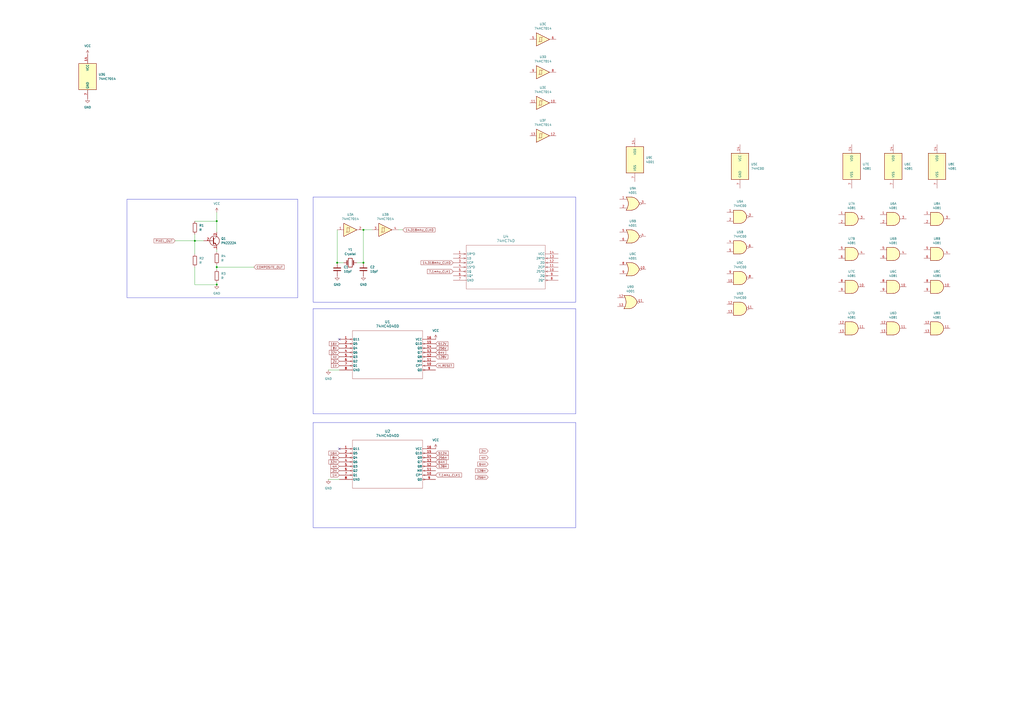
<source format=kicad_sch>
(kicad_sch (version 20231120) (generator "eeschema") (generator_version "8.0")
  (paper "A2")
  (lib_symbols
    (symbol "4xxx:4001" (pin_names (offset 1.016))
      (property "Reference" "U" (at 0 1.27 0))
      (property "Value" "4001" (at 0 -1.27 0))
      (symbol "4001_1_1"
        (pin input line (at -7.62 2.54 0) (length 4.318) (name "~") (number "1"))
        (pin input line (at -7.62 -2.54 0) (length 4.318) (name "~") (number "2"))
        (pin output inverted (at 7.62 0 180) (length 3.81) (name "~") (number "3"))
      )
      (symbol "4001_1_2"
        (pin input inverted (at -7.62 2.54 0) (length 3.81) (name "~") (number "1"))
        (pin input inverted (at -7.62 -2.54 0) (length 3.81) (name "~") (number "2"))
        (pin output line (at 7.62 0 180) (length 3.81) (name "~") (number "3"))
      )
      (symbol "4001_2_1"
        (pin output inverted (at 7.62 0 180) (length 3.81) (name "~") (number "4"))
        (pin input line (at -7.62 2.54 0) (length 4.318) (name "~") (number "5"))
        (pin input line (at -7.62 -2.54 0) (length 4.318) (name "~") (number "6"))
      )
      (symbol "4001_2_2"
        (pin output line (at 7.62 0 180) (length 3.81) (name "~") (number "4"))
        (pin input inverted (at -7.62 2.54 0) (length 3.81) (name "~") (number "5"))
        (pin input inverted (at -7.62 -2.54 0) (length 3.81) (name "~") (number "6"))
      )
      (symbol "4001_3_1"
        (pin output inverted (at 7.62 0 180) (length 3.81) (name "~") (number "10"))
        (pin input line (at -7.62 2.54 0) (length 4.318) (name "~") (number "8"))
        (pin input line (at -7.62 -2.54 0) (length 4.318) (name "~") (number "9"))
      )
      (symbol "4001_3_2"
        (pin output line (at 7.62 0 180) (length 3.81) (name "~") (number "10"))
        (pin input inverted (at -7.62 2.54 0) (length 3.81) (name "~") (number "8"))
        (pin input inverted (at -7.62 -2.54 0) (length 3.81) (name "~") (number "9"))
      )
      (symbol "4001_4_1"
        (pin output inverted (at 7.62 0 180) (length 3.81) (name "~") (number "11"))
        (pin input line (at -7.62 2.54 0) (length 4.318) (name "~") (number "12"))
        (pin input line (at -7.62 -2.54 0) (length 4.318) (name "~") (number "13"))
      )
      (symbol "4001_4_2"
        (pin output line (at 7.62 0 180) (length 3.81) (name "~") (number "11"))
        (pin input inverted (at -7.62 2.54 0) (length 3.81) (name "~") (number "12"))
        (pin input inverted (at -7.62 -2.54 0) (length 3.81) (name "~") (number "13"))
      )
      (symbol "4001_5_0"
        (pin power_in line (at 0 12.7 270) (length 5.08) (name "VDD") (number "14"))
        (pin power_in line (at 0 -12.7 90) (length 5.08) (name "VSS") (number "7"))
      )
    )
    (symbol "4xxx:4081" (pin_names (offset 1.016))
      (property "Reference" "U" (at 0 1.27 0))
      (property "Value" "4081" (at 0 -1.27 0))
      (symbol "4081_1_1"
        (pin input line (at -7.62 2.54 0) (length 3.81) (name "~") (number "1"))
        (pin input line (at -7.62 -2.54 0) (length 3.81) (name "~") (number "2"))
        (pin output line (at 7.62 0 180) (length 3.81) (name "~") (number "3"))
      )
      (symbol "4081_1_2"
        (pin input inverted (at -7.62 2.54 0) (length 4.318) (name "~") (number "1"))
        (pin input inverted (at -7.62 -2.54 0) (length 4.318) (name "~") (number "2"))
        (pin output inverted (at 7.62 0 180) (length 3.81) (name "~") (number "3"))
      )
      (symbol "4081_2_1"
        (pin output line (at 7.62 0 180) (length 3.81) (name "~") (number "4"))
        (pin input line (at -7.62 2.54 0) (length 3.81) (name "~") (number "5"))
        (pin input line (at -7.62 -2.54 0) (length 3.81) (name "~") (number "6"))
      )
      (symbol "4081_2_2"
        (pin output inverted (at 7.62 0 180) (length 3.81) (name "~") (number "4"))
        (pin input inverted (at -7.62 2.54 0) (length 4.318) (name "~") (number "5"))
        (pin input inverted (at -7.62 -2.54 0) (length 4.318) (name "~") (number "6"))
      )
      (symbol "4081_3_1"
        (pin output line (at 7.62 0 180) (length 3.81) (name "~") (number "10"))
        (pin input line (at -7.62 2.54 0) (length 3.81) (name "~") (number "8"))
        (pin input line (at -7.62 -2.54 0) (length 3.81) (name "~") (number "9"))
      )
      (symbol "4081_3_2"
        (pin output inverted (at 7.62 0 180) (length 3.81) (name "~") (number "10"))
        (pin input inverted (at -7.62 2.54 0) (length 4.318) (name "~") (number "8"))
        (pin input inverted (at -7.62 -2.54 0) (length 4.318) (name "~") (number "9"))
      )
      (symbol "4081_4_1"
        (pin output line (at 7.62 0 180) (length 3.81) (name "~") (number "11"))
        (pin input line (at -7.62 2.54 0) (length 3.81) (name "~") (number "12"))
        (pin input line (at -7.62 -2.54 0) (length 3.81) (name "~") (number "13"))
      )
      (symbol "4081_4_2"
        (pin output inverted (at 7.62 0 180) (length 3.81) (name "~") (number "11"))
        (pin input inverted (at -7.62 2.54 0) (length 4.318) (name "~") (number "12"))
        (pin input inverted (at -7.62 -2.54 0) (length 4.318) (name "~") (number "13"))
      )
      (symbol "4081_5_0"
        (pin power_in line (at 0 12.7 270) (length 5.08) (name "VDD") (number "14"))
        (pin power_in line (at 0 -12.7 90) (length 5.08) (name "VSS") (number "7"))
      )
    )
    (symbol "74HC4040D:74HC4040D" (pin_names (offset 0.254))
      (property "Reference" "U" (at 27.94 10.16 0))
      (property "Value" "74HC4040D" (at 27.94 7.62 0))
      (symbol "74HC4040D_0_1"
        (pin output line (at 0 0 0) (length 7.62) (name "Q11") (number "1"))
        (pin input line (at 55.88 -15.24 180) (length 7.62) (name "CP*") (number "10"))
        (pin input line (at 55.88 -12.7 180) (length 7.62) (name "MR") (number "11"))
        (pin output line (at 55.88 -10.16 180) (length 7.62) (name "Q8") (number "12"))
        (pin output line (at 55.88 -7.62 180) (length 7.62) (name "Q7") (number "13"))
        (pin output line (at 55.88 -5.08 180) (length 7.62) (name "Q9") (number "14"))
        (pin output line (at 55.88 -2.54 180) (length 7.62) (name "Q10") (number "15"))
        (pin power_in line (at 55.88 0 180) (length 7.62) (name "VCC") (number "16"))
        (pin output line (at 0 -2.54 0) (length 7.62) (name "Q5") (number "2"))
        (pin output line (at 0 -5.08 0) (length 7.62) (name "Q4") (number "3"))
        (pin output line (at 0 -7.62 0) (length 7.62) (name "Q6") (number "4"))
        (pin output line (at 0 -10.16 0) (length 7.62) (name "Q3") (number "5"))
        (pin output line (at 0 -12.7 0) (length 7.62) (name "Q2") (number "6"))
        (pin output line (at 0 -15.24 0) (length 7.62) (name "Q1") (number "7"))
        (pin power_in line (at 0 -17.78 0) (length 7.62) (name "GND") (number "8"))
        (pin output line (at 55.88 -17.78 180) (length 7.62) (name "Q0") (number "9"))
      )
    )
    (symbol "74hc74d:74HC74D" (pin_names (offset 0.254))
      (property "Reference" "U" (at 30.48 10.16 0))
      (property "Value" "74HC74D" (at 30.48 7.62 0))
      (symbol "74HC74D_0_1"
        (pin input line (at 0 0 0) (length 7.62) (name "1R*D") (number "1"))
        (pin input line (at 60.96 -10.16 180) (length 7.62) (name "2S*D") (number "10"))
        (pin input line (at 60.96 -7.62 180) (length 7.62) (name "2CP") (number "11"))
        (pin input line (at 60.96 -5.08 180) (length 7.62) (name "2D") (number "12"))
        (pin input line (at 60.96 -2.54 180) (length 7.62) (name "2R*D") (number "13"))
        (pin power_in line (at 60.96 0 180) (length 7.62) (name "VCC") (number "14"))
        (pin input line (at 0 -2.54 0) (length 7.62) (name "1D") (number "2"))
        (pin input line (at 0 -5.08 0) (length 7.62) (name "1CP") (number "3"))
        (pin input line (at 0 -7.62 0) (length 7.62) (name "1S*D") (number "4"))
        (pin output line (at 0 -10.16 0) (length 7.62) (name "1Q") (number "5"))
        (pin output line (at 0 -12.7 0) (length 7.62) (name "1Q*") (number "6"))
        (pin power_in line (at 0 -15.24 0) (length 7.62) (name "GND") (number "7"))
        (pin output line (at 60.96 -15.24 180) (length 7.62) (name "2Q*") (number "8"))
        (pin output line (at 60.96 -12.7 180) (length 7.62) (name "2Q") (number "9"))
      )
    )
    (symbol "74xx:74HC00" (pin_names (offset 1.016))
      (property "Reference" "U" (at 0 1.27 0))
      (property "Value" "74HC00" (at 0 -1.27 0))
      (symbol "74HC00_1_1"
        (pin input line (at -7.62 2.54 0) (length 3.81) (name "~") (number "1"))
        (pin input line (at -7.62 -2.54 0) (length 3.81) (name "~") (number "2"))
        (pin output inverted (at 7.62 0 180) (length 3.81) (name "~") (number "3"))
      )
      (symbol "74HC00_1_2"
        (pin input inverted (at -7.62 2.54 0) (length 4.318) (name "~") (number "1"))
        (pin input inverted (at -7.62 -2.54 0) (length 4.318) (name "~") (number "2"))
        (pin output line (at 7.62 0 180) (length 3.81) (name "~") (number "3"))
      )
      (symbol "74HC00_2_1"
        (pin input line (at -7.62 2.54 0) (length 3.81) (name "~") (number "4"))
        (pin input line (at -7.62 -2.54 0) (length 3.81) (name "~") (number "5"))
        (pin output inverted (at 7.62 0 180) (length 3.81) (name "~") (number "6"))
      )
      (symbol "74HC00_2_2"
        (pin input inverted (at -7.62 2.54 0) (length 4.318) (name "~") (number "4"))
        (pin input inverted (at -7.62 -2.54 0) (length 4.318) (name "~") (number "5"))
        (pin output line (at 7.62 0 180) (length 3.81) (name "~") (number "6"))
      )
      (symbol "74HC00_3_1"
        (pin input line (at -7.62 -2.54 0) (length 3.81) (name "~") (number "10"))
        (pin output inverted (at 7.62 0 180) (length 3.81) (name "~") (number "8"))
        (pin input line (at -7.62 2.54 0) (length 3.81) (name "~") (number "9"))
      )
      (symbol "74HC00_3_2"
        (pin input inverted (at -7.62 -2.54 0) (length 4.318) (name "~") (number "10"))
        (pin output line (at 7.62 0 180) (length 3.81) (name "~") (number "8"))
        (pin input inverted (at -7.62 2.54 0) (length 4.318) (name "~") (number "9"))
      )
      (symbol "74HC00_4_1"
        (pin output inverted (at 7.62 0 180) (length 3.81) (name "~") (number "11"))
        (pin input line (at -7.62 2.54 0) (length 3.81) (name "~") (number "12"))
        (pin input line (at -7.62 -2.54 0) (length 3.81) (name "~") (number "13"))
      )
      (symbol "74HC00_4_2"
        (pin output line (at 7.62 0 180) (length 3.81) (name "~") (number "11"))
        (pin input inverted (at -7.62 2.54 0) (length 4.318) (name "~") (number "12"))
        (pin input inverted (at -7.62 -2.54 0) (length 4.318) (name "~") (number "13"))
      )
      (symbol "74HC00_5_0"
        (pin power_in line (at 0 12.7 270) (length 5.08) (name "VCC") (number "14"))
        (pin power_in line (at 0 -12.7 90) (length 5.08) (name "GND") (number "7"))
      )
    )
    (symbol "74xx:74HC7014"
      (property "Reference" "U" (at 0 1.27 0))
      (property "Value" "74HC7014" (at 0 -1.27 0))
      (symbol "74HC7014_1_1"
        (pin input line (at -7.62 0 0) (length 3.81) (name "~") (number "1"))
        (pin output line (at 7.62 0 180) (length 3.81) (name "~") (number "2"))
      )
      (symbol "74HC7014_2_1"
        (pin input line (at -7.62 0 0) (length 3.81) (name "~") (number "3"))
        (pin output line (at 7.62 0 180) (length 3.81) (name "~") (number "4"))
      )
      (symbol "74HC7014_3_1"
        (pin input line (at -7.62 0 0) (length 3.81) (name "~") (number "5"))
        (pin output line (at 7.62 0 180) (length 3.81) (name "~") (number "6"))
      )
      (symbol "74HC7014_4_1"
        (pin output line (at 7.62 0 180) (length 3.81) (name "~") (number "8"))
        (pin input line (at -7.62 0 0) (length 3.81) (name "~") (number "9"))
      )
      (symbol "74HC7014_5_1"
        (pin output line (at 7.62 0 180) (length 3.81) (name "~") (number "10"))
        (pin input line (at -7.62 0 0) (length 3.81) (name "~") (number "11"))
      )
      (symbol "74HC7014_6_1"
        (pin output line (at 7.62 0 180) (length 3.81) (name "~") (number "12"))
        (pin input line (at -7.62 0 0) (length 3.81) (name "~") (number "13"))
      )
      (symbol "74HC7014_7_1"
        (pin power_in line (at 0 12.7 270) (length 5.08) (name "VCC") (number "14"))
        (pin power_in line (at 0 -12.7 90) (length 5.08) (name "GND") (number "7"))
      )
    )
    (symbol "Device:C" (pin_numbers hide) (pin_names (offset 0.254))
      (property "Reference" "C" (at 0.635 2.54 0))
      (property "Value" "C" (at 0.635 -2.54 0))
      (symbol "C_1_1"
        (pin passive line (at 0 3.81 270) (length 2.794) (name "~") (number "1"))
        (pin passive line (at 0 -3.81 90) (length 2.794) (name "~") (number "2"))
      )
    )
    (symbol "Device:Crystal" (pin_numbers hide) (pin_names (offset 1.016) hide)
      (property "Reference" "Y" (at 0 3.81 0))
      (property "Value" "Crystal" (at 0 -3.81 0))
      (symbol "Crystal_1_1"
        (pin passive line (at -3.81 0 0) (length 1.27) (name "1") (number "1"))
        (pin passive line (at 3.81 0 180) (length 1.27) (name "2") (number "2"))
      )
    )
    (symbol "Device:R" (pin_numbers hide) (pin_names (offset 0))
      (property "Reference" "R" (at 2.032 0 90))
      (property "Value" "R" (at 0 0 90))
      (symbol "R_1_1"
        (pin passive line (at 0 3.81 270) (length 1.27) (name "~") (number "1"))
        (pin passive line (at 0 -3.81 90) (length 1.27) (name "~") (number "2"))
      )
    )
    (symbol "Transistor_BJT:PN2222A" (pin_names (offset 0) hide)
      (property "Reference" "Q" (at 5.08 1.905 0))
      (property "Value" "PN2222A" (at 5.08 0 0))
      (symbol "PN2222A_1_1"
        (pin passive line (at 2.54 -5.08 90) (length 2.54) (name "E") (number "1"))
        (pin input line (at -5.08 0 0) (length 5.08) (name "B") (number "2"))
        (pin passive line (at 2.54 5.08 270) (length 2.54) (name "C") (number "3"))
      )
    )
    (symbol "power:GND" (power) (pin_numbers hide) (pin_names (offset 0) hide)
      (property "Value" "GND" (at 0 -3.81 0))
      (symbol "GND_1_1"
        (pin power_in line (at 0 0 270) (length 0) (name "~") (number "1"))
      )
    )
    (symbol "power:VCC" (power) (pin_numbers hide) (pin_names (offset 0) hide)
      (property "Value" "VCC" (at 0 3.556 0))
      (symbol "VCC_1_1"
        (pin power_in line (at 0 0 90) (length 0) (name "~") (number "1"))
      )
    )
  )
  (junction (at 195.58 152.4))
  (junction (at 210.82 133.35))
  (junction (at 125.73 128.27))
  (junction (at 125.73 165.1))
  (junction (at 113.03 139.7))
  (junction (at 125.73 154.94))
  (junction (at 210.82 152.4))
  (no_connect (at 196.85 260.35))
  (no_connect (at 196.85 196.85))
  (wire (pts (xy 113.03 154.94) (xy 113.03 165.1)))
  (wire (pts (xy 125.73 153.67) (xy 125.73 154.94)))
  (wire (pts (xy 125.73 134.62) (xy 125.73 128.27)))
  (wire (pts (xy 113.03 165.1) (xy 125.73 165.1)))
  (wire (pts (xy 199.39 152.4) (xy 195.58 152.4)))
  (wire (pts (xy 113.03 135.89) (xy 113.03 139.7)))
  (wire (pts (xy 125.73 154.94) (xy 147.32 154.94)))
  (wire (pts (xy 210.82 152.4) (xy 210.82 133.35)))
  (wire (pts (xy 125.73 163.83) (xy 125.73 165.1)))
  (wire (pts (xy 125.73 154.94) (xy 125.73 156.21)))
  (wire (pts (xy 118.11 139.7) (xy 113.03 139.7)))
  (wire (pts (xy 231.14 133.35) (xy 233.68 133.35)))
  (wire (pts (xy 190.5 278.13) (xy 196.85 278.13)))
  (wire (pts (xy 101.6 139.7) (xy 113.03 139.7)))
  (wire (pts (xy 207.01 152.4) (xy 210.82 152.4)))
  (wire (pts (xy 113.03 139.7) (xy 113.03 147.32)))
  (wire (pts (xy 125.73 123.19) (xy 125.73 128.27)))
  (wire (pts (xy 125.73 144.78) (xy 125.73 146.05)))
  (wire (pts (xy 125.73 128.27) (xy 113.03 128.27)))
  (wire (pts (xy 210.82 133.35) (xy 215.9 133.35)))
  (wire (pts (xy 190.5 214.63) (xy 196.85 214.63)))
  (wire (pts (xy 195.58 152.4) (xy 195.58 133.35)))
  (rectangle (start 181.61 114.3) (end 334.01 175.26))
  (rectangle (start 181.61 245.11) (end 334.01 306.07))
  (rectangle (start 181.61 179.07) (end 334.01 240.03))
  (rectangle (start 73.66 115.57) (end 172.72 172.72))
  (global_label "128H" (shape input) (at 283.21 273.05 180) (property "Intersheetrefs" "${INTERSHEET_REFS}" (effects (hide yes))))
  (global_label "7.1mhz_CLK1" (shape input) (at 252.73 275.59 0) (property "Intersheetrefs" "${INTERSHEET_REFS}" (effects (hide yes))))
  (global_label "16H" (shape input) (at 196.85 262.89 180) (property "Intersheetrefs" "${INTERSHEET_REFS}" (effects (hide yes))))
  (global_label "COMPOSITE_OUT" (shape input) (at 147.32 154.94 0) (property "Intersheetrefs" "${INTERSHEET_REFS}" (effects (hide yes))))
  (global_label "64H" (shape input) (at 252.73 267.97 0) (property "Intersheetrefs" "${INTERSHEET_REFS}" (effects (hide yes))))
  (global_label "32V" (shape input) (at 196.85 204.47 180) (property "Intersheetrefs" "${INTERSHEET_REFS}" (effects (hide yes))))
  (global_label "64V" (shape input) (at 252.73 204.47 0) (property "Intersheetrefs" "${INTERSHEET_REFS}" (effects (hide yes))))
  (global_label "512V" (shape input) (at 252.73 199.39 0) (property "Intersheetrefs" "${INTERSHEET_REFS}" (effects (hide yes))))
  (global_label "256V" (shape input) (at 252.73 201.93 0) (property "Intersheetrefs" "${INTERSHEET_REFS}" (effects (hide yes))))
  (global_label "8V" (shape input) (at 196.85 201.93 180) (property "Intersheetrefs" "${INTERSHEET_REFS}" (effects (hide yes))))
  (global_label "2H" (shape input) (at 283.21 261.62 180) (property "Intersheetrefs" "${INTERSHEET_REFS}" (effects (hide yes))))
  (global_label "4V" (shape input) (at 196.85 207.01 180) (property "Intersheetrefs" "${INTERSHEET_REFS}" (effects (hide yes))))
  (global_label "256H" (shape input) (at 252.73 265.43 0) (property "Intersheetrefs" "${INTERSHEET_REFS}" (effects (hide yes))))
  (global_label "7.1mhz_CLK1" (shape input) (at 262.89 157.48 180) (property "Intersheetrefs" "${INTERSHEET_REFS}" (effects (hide yes))))
  (global_label "PIXEL_OUT" (shape input) (at 101.6 139.7 180) (property "Intersheetrefs" "${INTERSHEET_REFS}" (effects (hide yes))))
  (global_label "1V" (shape input) (at 196.85 212.09 180) (property "Intersheetrefs" "${INTERSHEET_REFS}" (effects (hide yes))))
  (global_label "1H" (shape input) (at 196.85 275.59 180) (property "Intersheetrefs" "${INTERSHEET_REFS}" (effects (hide yes))))
  (global_label "64H" (shape input) (at 283.21 269.24 180) (property "Intersheetrefs" "${INTERSHEET_REFS}" (effects (hide yes))))
  (global_label "128V" (shape input) (at 252.73 207.01 0) (property "Intersheetrefs" "${INTERSHEET_REFS}" (effects (hide yes))))
  (global_label "H_RESET" (shape input) (at 252.73 212.09 0) (property "Intersheetrefs" "${INTERSHEET_REFS}" (effects (hide yes))))
  (global_label "4H" (shape input) (at 283.21 265.43 180) (property "Intersheetrefs" "${INTERSHEET_REFS}" (effects (hide yes))))
  (global_label "8H" (shape input) (at 196.85 265.43 180) (property "Intersheetrefs" "${INTERSHEET_REFS}" (effects (hide yes))))
  (global_label "256H" (shape input) (at 283.21 276.86 180) (property "Intersheetrefs" "${INTERSHEET_REFS}" (effects (hide yes))))
  (global_label "16V" (shape input) (at 196.85 199.39 180) (property "Intersheetrefs" "${INTERSHEET_REFS}" (effects (hide yes))))
  (global_label "512H" (shape input) (at 252.73 262.89 0) (property "Intersheetrefs" "${INTERSHEET_REFS}" (effects (hide yes))))
  (global_label "14.318mhz_CLK0" (shape input) (at 233.68 133.35 0) (property "Intersheetrefs" "${INTERSHEET_REFS}" (effects (hide yes))))
  (global_label "14.318mhz_CLK0" (shape input) (at 262.89 152.4 180) (property "Intersheetrefs" "${INTERSHEET_REFS}" (effects (hide yes))))
  (global_label "2H" (shape input) (at 196.85 273.05 180) (property "Intersheetrefs" "${INTERSHEET_REFS}" (effects (hide yes))))
  (global_label "32H" (shape input) (at 196.85 267.97 180) (property "Intersheetrefs" "${INTERSHEET_REFS}" (effects (hide yes))))
  (global_label "4H" (shape input) (at 196.85 270.51 180) (property "Intersheetrefs" "${INTERSHEET_REFS}" (effects (hide yes))))
  (global_label "128H" (shape input) (at 252.73 270.51 0) (property "Intersheetrefs" "${INTERSHEET_REFS}" (effects (hide yes))))
  (global_label "2V" (shape input) (at 196.85 209.55 180) (property "Intersheetrefs" "${INTERSHEET_REFS}" (effects (hide yes))))
  (symbol (lib_id "74xx:74HC7014") (at 50.8 44.45 0) (unit 7)
    (property "Reference" "U3" (at 57.15 43.1799 0) (effects (justify left)))
    (property "Value" "74HC7014" (at 57.15 45.7199 0) (effects (justify left)))
    (property "Footprint" "Package_SO:SOIC-14_3.9x8.7mm_P1.27mm" (effects (hide yes)))
    (property "Datasheet" "https://assets.nexperia.com/documents/data-sheet/74HC7014.pdf" (effects (hide yes)))
    (property "Description" "Hex non-inverting buffer with precision Schmitt Trigger inputs, SOIC-14" (effects (hide yes)))
  )
  (symbol (lib_id "4xxx:4001") (at 367.03 118.11 0) (unit 1)
    (property "Reference" "U9" (at 367.03 109.22 0))
    (property "Value" "4001" (at 367.03 111.76 0))
    (property "Footprint" "Package_DIP:DIP-14_W8.89mm_SMDSocket_LongPads" (effects (hide yes)))
    (property "Datasheet" "http://www.intersil.com/content/dam/Intersil/documents/cd40/cd4000bms-01bms-02bms-25bms.pdf" (effects (hide yes)))
    (property "Description" "Quad Nor 2 inputs" (effects (hide yes)))
  )
  (symbol (lib_id "4xxx:4001") (at 367.03 156.21 0) (unit 3)
    (property "Reference" "U9" (at 367.03 147.32 0))
    (property "Value" "4001" (at 367.03 149.86 0))
    (property "Footprint" "Package_DIP:DIP-14_W8.89mm_SMDSocket_LongPads" (effects (hide yes)))
    (property "Datasheet" "http://www.intersil.com/content/dam/Intersil/documents/cd40/cd4000bms-01bms-02bms-25bms.pdf" (effects (hide yes)))
    (property "Description" "Quad Nor 2 inputs" (effects (hide yes)))
  )
  (symbol (lib_id "power:VCC") (at 252.73 260.35 0) (unit 1)
    (property "Reference" "#PWR06" (effects (hide yes)))
    (property "Value" "VCC" (at 252.73 255.27 0))
    (property "Description" "Power symbol creates a global label with name \"VCC\"" (effects (hide yes)))
  )
  (symbol (lib_id "74xx:74HC7014") (at 203.2 133.35 0) (unit 1)
    (property "Reference" "U3" (at 203.2 124.46 0))
    (property "Value" "74HC7014" (at 203.2 127 0))
    (property "Footprint" "Package_SO:SOIC-14_3.9x8.7mm_P1.27mm" (effects (hide yes)))
    (property "Datasheet" "https://assets.nexperia.com/documents/data-sheet/74HC7014.pdf" (effects (hide yes)))
    (property "Description" "Hex non-inverting buffer with precision Schmitt Trigger inputs, SOIC-14" (effects (hide yes)))
  )
  (symbol (lib_id "4xxx:4081") (at 543.56 127 0) (unit 1)
    (property "Reference" "U8" (at 543.5517 118.11 0))
    (property "Value" "4081" (at 543.5517 120.65 0))
    (property "Footprint" "Package_DIP:DIP-14_W7.62mm_SMDSocket_SmallPads" (effects (hide yes)))
    (property "Datasheet" "http://www.intersil.com/content/dam/Intersil/documents/cd40/cd4073bms-81bms-82bms.pdf" (effects (hide yes)))
    (property "Description" "Quad And 2 inputs" (effects (hide yes)))
  )
  (symbol (lib_id "4xxx:4081") (at 518.16 166.37 0) (unit 3)
    (property "Reference" "U6" (at 518.1517 157.48 0))
    (property "Value" "4081" (at 518.1517 160.02 0))
    (property "Footprint" "Package_DIP:DIP-14_W7.62mm_SMDSocket_SmallPads" (effects (hide yes)))
    (property "Datasheet" "http://www.intersil.com/content/dam/Intersil/documents/cd40/cd4073bms-81bms-82bms.pdf" (effects (hide yes)))
    (property "Description" "Quad And 2 inputs" (effects (hide yes)))
  )
  (symbol (lib_id "74xx:74HC00") (at 429.26 161.29 0) (unit 3)
    (property "Reference" "U5" (at 429.2517 152.4 0))
    (property "Value" "74HC00" (at 429.2517 154.94 0))
    (property "Footprint" "Package_DIP:DIP-14_W7.62mm_SMDSocket_SmallPads" (effects (hide yes)))
    (property "Datasheet" "http://www.ti.com/lit/gpn/sn74hc00" (effects (hide yes)))
    (property "Description" "quad 2-input NAND gate" (effects (hide yes)))
  )
  (symbol (lib_id "74xx:74HC7014") (at 223.52 133.35 0) (unit 2)
    (property "Reference" "U3" (at 223.52 124.46 0))
    (property "Value" "74HC7014" (at 223.52 127 0))
    (property "Footprint" "Package_SO:SOIC-14_3.9x8.7mm_P1.27mm" (effects (hide yes)))
    (property "Datasheet" "https://assets.nexperia.com/documents/data-sheet/74HC7014.pdf" (effects (hide yes)))
    (property "Description" "Hex non-inverting buffer with precision Schmitt Trigger inputs, SOIC-14" (effects (hide yes)))
  )
  (symbol (lib_id "4xxx:4081") (at 518.16 96.52 0) (unit 5)
    (property "Reference" "U6" (at 524.51 95.2499 0) (effects (justify left)))
    (property "Value" "4081" (at 524.51 97.7899 0) (effects (justify left)))
    (property "Footprint" "Package_DIP:DIP-14_W7.62mm_SMDSocket_SmallPads" (effects (hide yes)))
    (property "Datasheet" "http://www.intersil.com/content/dam/Intersil/documents/cd40/cd4073bms-81bms-82bms.pdf" (effects (hide yes)))
    (property "Description" "Quad And 2 inputs" (effects (hide yes)))
  )
  (symbol (lib_id "4xxx:4081") (at 494.03 96.52 0) (unit 5)
    (property "Reference" "U7" (at 500.38 95.2499 0) (effects (justify left)))
    (property "Value" "4081" (at 500.38 97.7899 0) (effects (justify left)))
    (property "Footprint" "Package_DIP:DIP-14_W7.62mm_SMDSocket_SmallPads" (effects (hide yes)))
    (property "Datasheet" "http://www.intersil.com/content/dam/Intersil/documents/cd40/cd4073bms-81bms-82bms.pdf" (effects (hide yes)))
    (property "Description" "Quad And 2 inputs" (effects (hide yes)))
  )
  (symbol (lib_id "4xxx:4081") (at 543.56 190.5 0) (unit 4)
    (property "Reference" "U8" (at 543.5517 181.61 0))
    (property "Value" "4081" (at 543.5517 184.15 0))
    (property "Footprint" "Package_DIP:DIP-14_W7.62mm_SMDSocket_SmallPads" (effects (hide yes)))
    (property "Datasheet" "http://www.intersil.com/content/dam/Intersil/documents/cd40/cd4073bms-81bms-82bms.pdf" (effects (hide yes)))
    (property "Description" "Quad And 2 inputs" (effects (hide yes)))
  )
  (symbol (lib_id "74xx:74HC7014") (at 314.96 59.69 0) (unit 5)
    (property "Reference" "U3" (at 314.96 50.8 0))
    (property "Value" "74HC7014" (at 314.96 53.34 0))
    (property "Footprint" "Package_SO:SOIC-14_3.9x8.7mm_P1.27mm" (effects (hide yes)))
    (property "Datasheet" "https://assets.nexperia.com/documents/data-sheet/74HC7014.pdf" (effects (hide yes)))
    (property "Description" "Hex non-inverting buffer with precision Schmitt Trigger inputs, SOIC-14" (effects (hide yes)))
  )
  (symbol (lib_id "4xxx:4081") (at 543.56 147.32 0) (unit 2)
    (property "Reference" "U8" (at 543.5517 138.43 0))
    (property "Value" "4081" (at 543.5517 140.97 0))
    (property "Footprint" "Package_DIP:DIP-14_W7.62mm_SMDSocket_SmallPads" (effects (hide yes)))
    (property "Datasheet" "http://www.intersil.com/content/dam/Intersil/documents/cd40/cd4073bms-81bms-82bms.pdf" (effects (hide yes)))
    (property "Description" "Quad And 2 inputs" (effects (hide yes)))
  )
  (symbol (lib_id "4xxx:4081") (at 518.16 190.5 0) (unit 4)
    (property "Reference" "U6" (at 518.1517 181.61 0))
    (property "Value" "4081" (at 518.1517 184.15 0))
    (property "Footprint" "Package_DIP:DIP-14_W7.62mm_SMDSocket_SmallPads" (effects (hide yes)))
    (property "Datasheet" "http://www.intersil.com/content/dam/Intersil/documents/cd40/cd4073bms-81bms-82bms.pdf" (effects (hide yes)))
    (property "Description" "Quad And 2 inputs" (effects (hide yes)))
  )
  (symbol (lib_id "74xx:74HC00") (at 429.26 96.52 0) (unit 5)
    (property "Reference" "U5" (at 435.61 95.2499 0) (effects (justify left)))
    (property "Value" "74HC00" (at 435.61 97.7899 0) (effects (justify left)))
    (property "Footprint" "Package_DIP:DIP-14_W7.62mm_SMDSocket_SmallPads" (effects (hide yes)))
    (property "Datasheet" "http://www.ti.com/lit/gpn/sn74hc00" (effects (hide yes)))
    (property "Description" "quad 2-input NAND gate" (effects (hide yes)))
  )
  (symbol (lib_id "Device:R") (at 113.03 132.08 0) (unit 1)
    (property "Reference" "R1" (at 115.57 130.8099 0) (effects (justify left)))
    (property "Value" "R" (at 115.57 133.3499 0) (effects (justify left)))
    (property "Footprint" "Resistor_THT:R_Axial_DIN0207_L6.3mm_D2.5mm_P2.54mm_Vertical" (effects (hide yes)))
    (property "Description" "Resistor" (effects (hide yes)))
  )
  (symbol (lib_id "power:GND") (at 195.58 160.02 0) (unit 1)
    (property "Reference" "#PWR01" (effects (hide yes)))
    (property "Value" "GND" (at 195.58 165.1 0))
    (property "Description" "Power symbol creates a global label with name \"GND\" , ground" (effects (hide yes)))
  )
  (symbol (lib_id "74hc74d:74HC74D") (at 262.89 147.32 0) (unit 1)
    (property "Reference" "U4" (at 293.37 137.16 0) (effects (font (size 1.524 1.524))))
    (property "Value" "74HC74D" (at 293.37 139.7 0) (effects (font (size 1.524 1.524))))
    (property "Footprint" "footprints:SOT109-1_NXP" (effects (hide yes)))
    (property "Datasheet" "74HC74D" (effects (hide yes)))
  )
  (symbol (lib_id "4xxx:4081") (at 494.03 147.32 0) (unit 2)
    (property "Reference" "U7" (at 494.0217 138.43 0))
    (property "Value" "4081" (at 494.0217 140.97 0))
    (property "Footprint" "Package_DIP:DIP-14_W7.62mm_SMDSocket_SmallPads" (effects (hide yes)))
    (property "Datasheet" "http://www.intersil.com/content/dam/Intersil/documents/cd40/cd4073bms-81bms-82bms.pdf" (effects (hide yes)))
    (property "Description" "Quad And 2 inputs" (effects (hide yes)))
  )
  (symbol (lib_id "Device:R") (at 125.73 160.02 0) (unit 1)
    (property "Reference" "R3" (at 128.27 158.7499 0) (effects (justify left)))
    (property "Value" "R" (at 128.27 161.2899 0) (effects (justify left)))
    (property "Footprint" "Resistor_THT:R_Axial_DIN0207_L6.3mm_D2.5mm_P2.54mm_Vertical" (effects (hide yes)))
    (property "Description" "Resistor" (effects (hide yes)))
  )
  (symbol (lib_id "power:GND") (at 190.5 214.63 0) (unit 1)
    (property "Reference" "#PWR03" (effects (hide yes)))
    (property "Value" "GND" (at 190.5 219.71 0))
    (property "Description" "Power symbol creates a global label with name \"GND\" , ground" (effects (hide yes)))
  )
  (symbol (lib_id "74HC4040D:74HC4040D") (at 196.85 260.35 0) (unit 1)
    (property "Reference" "U2" (at 224.79 250.19 0) (effects (font (size 1.524 1.524))))
    (property "Value" "74HC4040D" (at 224.79 252.73 0) (effects (font (size 1.524 1.524))))
    (property "Footprint" "footprints:SOT109-1_NXP" (effects (hide yes)))
    (property "Datasheet" "74HC4040D" (effects (hide yes)))
  )
  (symbol (lib_id "power:GND") (at 190.5 278.13 0) (unit 1)
    (property "Reference" "#PWR04" (effects (hide yes)))
    (property "Value" "GND" (at 190.5 283.21 0))
    (property "Description" "Power symbol creates a global label with name \"GND\" , ground" (effects (hide yes)))
  )
  (symbol (lib_id "74HC4040D:74HC4040D") (at 196.85 196.85 0) (unit 1)
    (property "Reference" "U1" (at 224.79 186.69 0) (effects (font (size 1.524 1.524))))
    (property "Value" "74HC4040D" (at 224.79 189.23 0) (effects (font (size 1.524 1.524))))
    (property "Footprint" "footprints:SOT109-1_NXP" (effects (hide yes)))
    (property "Datasheet" "74HC4040D" (effects (hide yes)))
  )
  (symbol (lib_id "4xxx:4081") (at 518.16 127 0) (unit 1)
    (property "Reference" "U6" (at 518.1517 118.11 0))
    (property "Value" "4081" (at 518.1517 120.65 0))
    (property "Footprint" "Package_DIP:DIP-14_W7.62mm_SMDSocket_SmallPads" (effects (hide yes)))
    (property "Datasheet" "http://www.intersil.com/content/dam/Intersil/documents/cd40/cd4073bms-81bms-82bms.pdf" (effects (hide yes)))
    (property "Description" "Quad And 2 inputs" (effects (hide yes)))
  )
  (symbol (lib_id "Transistor_BJT:PN2222A") (at 123.19 139.7 0) (unit 1)
    (property "Reference" "Q1" (at 128.27 138.4299 0) (effects (justify left)))
    (property "Value" "PN2222A" (at 128.27 140.9699 0) (effects (justify left)))
    (property "Footprint" "Package_TO_SOT_THT:TO-92_Inline" (effects (hide yes)))
    (property "Datasheet" "https://www.onsemi.com/pub/Collateral/PN2222-D.PDF" (effects (hide yes)))
    (property "Description" "1A Ic, 40V Vce, NPN Transistor, General Purpose Transistor, TO-92" (effects (hide yes)))
  )
  (symbol (lib_id "power:GND") (at 210.82 160.02 0) (unit 1)
    (property "Reference" "#PWR02" (effects (hide yes)))
    (property "Value" "GND" (at 210.82 165.1 0))
    (property "Description" "Power symbol creates a global label with name \"GND\" , ground" (effects (hide yes)))
  )
  (symbol (lib_id "74xx:74HC00") (at 429.26 143.51 0) (unit 2)
    (property "Reference" "U5" (at 429.2517 134.62 0))
    (property "Value" "74HC00" (at 429.2517 137.16 0))
    (property "Footprint" "Package_DIP:DIP-14_W7.62mm_SMDSocket_SmallPads" (effects (hide yes)))
    (property "Datasheet" "http://www.ti.com/lit/gpn/sn74hc00" (effects (hide yes)))
    (property "Description" "quad 2-input NAND gate" (effects (hide yes)))
  )
  (symbol (lib_id "power:VCC") (at 50.8 31.75 0) (unit 1)
    (property "Reference" "#PWR07" (effects (hide yes)))
    (property "Value" "VCC" (at 50.8 26.67 0))
    (property "Description" "Power symbol creates a global label with name \"VCC\"" (effects (hide yes)))
  )
  (symbol (lib_id "power:GND") (at 50.8 57.15 0) (unit 1)
    (property "Reference" "#PWR08" (effects (hide yes)))
    (property "Value" "GND" (at 50.8 62.23 0))
    (property "Description" "Power symbol creates a global label with name \"GND\" , ground" (effects (hide yes)))
  )
  (symbol (lib_id "Device:Crystal") (at 203.2 152.4 0) (unit 1)
    (property "Reference" "Y1" (at 203.2 144.78 0))
    (property "Value" "Crystal" (at 203.2 147.32 0))
    (property "Footprint" "Crystal:Crystal_HC49-U_Vertical" (effects (hide yes)))
    (property "Description" "Two pin crystal" (effects (hide yes)))
  )
  (symbol (lib_id "4xxx:4081") (at 494.03 127 0) (unit 1)
    (property "Reference" "U7" (at 494.0217 118.11 0))
    (property "Value" "4081" (at 494.0217 120.65 0))
    (property "Footprint" "Package_DIP:DIP-14_W7.62mm_SMDSocket_SmallPads" (effects (hide yes)))
    (property "Datasheet" "http://www.intersil.com/content/dam/Intersil/documents/cd40/cd4073bms-81bms-82bms.pdf" (effects (hide yes)))
    (property "Description" "Quad And 2 inputs" (effects (hide yes)))
  )
  (symbol (lib_id "4xxx:4081") (at 494.03 166.37 0) (unit 3)
    (property "Reference" "U7" (at 494.0217 157.48 0))
    (property "Value" "4081" (at 494.0217 160.02 0))
    (property "Footprint" "Package_DIP:DIP-14_W7.62mm_SMDSocket_SmallPads" (effects (hide yes)))
    (property "Datasheet" "http://www.intersil.com/content/dam/Intersil/documents/cd40/cd4073bms-81bms-82bms.pdf" (effects (hide yes)))
    (property "Description" "Quad And 2 inputs" (effects (hide yes)))
  )
  (symbol (lib_id "Device:R") (at 113.03 151.13 0) (unit 1)
    (property "Reference" "R2" (at 115.57 149.8599 0) (effects (justify left)))
    (property "Value" "R" (at 115.57 152.3999 0) (effects (justify left)))
    (property "Footprint" "Resistor_THT:R_Axial_DIN0207_L6.3mm_D2.5mm_P2.54mm_Vertical" (effects (hide yes)))
    (property "Description" "Resistor" (effects (hide yes)))
  )
  (symbol (lib_id "4xxx:4081") (at 543.56 96.52 0) (unit 5)
    (property "Reference" "U8" (at 549.91 95.2499 0) (effects (justify left)))
    (property "Value" "4081" (at 549.91 97.7899 0) (effects (justify left)))
    (property "Footprint" "Package_DIP:DIP-14_W7.62mm_SMDSocket_SmallPads" (effects (hide yes)))
    (property "Datasheet" "http://www.intersil.com/content/dam/Intersil/documents/cd40/cd4073bms-81bms-82bms.pdf" (effects (hide yes)))
    (property "Description" "Quad And 2 inputs" (effects (hide yes)))
  )
  (symbol (lib_id "74xx:74HC00") (at 429.26 179.07 0) (unit 4)
    (property "Reference" "U5" (at 429.2517 170.18 0))
    (property "Value" "74HC00" (at 429.2517 172.72 0))
    (property "Footprint" "Package_DIP:DIP-14_W7.62mm_SMDSocket_SmallPads" (effects (hide yes)))
    (property "Datasheet" "http://www.ti.com/lit/gpn/sn74hc00" (effects (hide yes)))
    (property "Description" "quad 2-input NAND gate" (effects (hide yes)))
  )
  (symbol (lib_id "4xxx:4001") (at 368.3 92.71 0) (unit 5)
    (property "Reference" "U9" (at 374.65 91.4399 0) (effects (justify left)))
    (property "Value" "4001" (at 374.65 93.9799 0) (effects (justify left)))
    (property "Footprint" "Package_DIP:DIP-14_W8.89mm_SMDSocket_LongPads" (effects (hide yes)))
    (property "Datasheet" "http://www.intersil.com/content/dam/Intersil/documents/cd40/cd4000bms-01bms-02bms-25bms.pdf" (effects (hide yes)))
    (property "Description" "Quad Nor 2 inputs" (effects (hide yes)))
  )
  (symbol (lib_id "Device:C") (at 195.58 156.21 0) (unit 1)
    (property "Reference" "C1" (at 199.39 154.9399 0) (effects (justify left)))
    (property "Value" "10pF" (at 199.39 157.4799 0) (effects (justify left)))
    (property "Footprint" "Capacitor_THT:C_Disc_D3.0mm_W2.0mm_P2.50mm" (effects (hide yes)))
    (property "Description" "Unpolarized capacitor" (effects (hide yes)))
  )
  (symbol (lib_id "4xxx:4081") (at 543.56 166.37 0) (unit 3)
    (property "Reference" "U8" (at 543.5517 157.48 0))
    (property "Value" "4081" (at 543.5517 160.02 0))
    (property "Footprint" "Package_DIP:DIP-14_W7.62mm_SMDSocket_SmallPads" (effects (hide yes)))
    (property "Datasheet" "http://www.intersil.com/content/dam/Intersil/documents/cd40/cd4073bms-81bms-82bms.pdf" (effects (hide yes)))
    (property "Description" "Quad And 2 inputs" (effects (hide yes)))
  )
  (symbol (lib_id "4xxx:4001") (at 365.76 175.26 0) (unit 4)
    (property "Reference" "U9" (at 365.76 166.37 0))
    (property "Value" "4001" (at 365.76 168.91 0))
    (property "Footprint" "Package_DIP:DIP-14_W8.89mm_SMDSocket_LongPads" (effects (hide yes)))
    (property "Datasheet" "http://www.intersil.com/content/dam/Intersil/documents/cd40/cd4000bms-01bms-02bms-25bms.pdf" (effects (hide yes)))
    (property "Description" "Quad Nor 2 inputs" (effects (hide yes)))
  )
  (symbol (lib_id "Device:C") (at 210.82 156.21 0) (unit 1)
    (property "Reference" "C2" (at 214.63 154.9399 0) (effects (justify left)))
    (property "Value" "10pF" (at 214.63 157.4799 0) (effects (justify left)))
    (property "Footprint" "Capacitor_THT:C_Disc_D3.0mm_W2.0mm_P2.50mm" (effects (hide yes)))
    (property "Description" "Unpolarized capacitor" (effects (hide yes)))
  )
  (symbol (lib_id "power:GND") (at 125.73 165.1 0) (unit 1)
    (property "Reference" "#PWR09" (effects (hide yes)))
    (property "Value" "GND" (at 125.73 170.18 0))
    (property "Description" "Power symbol creates a global label with name \"GND\" , ground" (effects (hide yes)))
  )
  (symbol (lib_id "4xxx:4081") (at 494.03 190.5 0) (unit 4)
    (property "Reference" "U7" (at 494.0217 181.61 0))
    (property "Value" "4081" (at 494.0217 184.15 0))
    (property "Footprint" "Package_DIP:DIP-14_W7.62mm_SMDSocket_SmallPads" (effects (hide yes)))
    (property "Datasheet" "http://www.intersil.com/content/dam/Intersil/documents/cd40/cd4073bms-81bms-82bms.pdf" (effects (hide yes)))
    (property "Description" "Quad And 2 inputs" (effects (hide yes)))
  )
  (symbol (lib_id "74xx:74HC00") (at 429.26 125.73 0) (unit 1)
    (property "Reference" "U5" (at 429.2517 116.84 0))
    (property "Value" "74HC00" (at 429.2517 119.38 0))
    (property "Footprint" "Package_DIP:DIP-14_W7.62mm_SMDSocket_SmallPads" (effects (hide yes)))
    (property "Datasheet" "http://www.ti.com/lit/gpn/sn74hc00" (effects (hide yes)))
    (property "Description" "quad 2-input NAND gate" (effects (hide yes)))
  )
  (symbol (lib_id "Device:R") (at 125.73 149.86 0) (unit 1)
    (property "Reference" "R4" (at 128.27 148.5899 0) (effects (justify left)))
    (property "Value" "R" (at 128.27 151.1299 0) (effects (justify left)))
    (property "Footprint" "Resistor_THT:R_Axial_DIN0207_L6.3mm_D2.5mm_P2.54mm_Vertical" (effects (hide yes)))
    (property "Description" "Resistor" (effects (hide yes)))
  )
  (symbol (lib_id "power:VCC") (at 252.73 196.85 0) (unit 1)
    (property "Reference" "#PWR05" (effects (hide yes)))
    (property "Value" "VCC" (at 252.73 191.77 0))
    (property "Description" "Power symbol creates a global label with name \"VCC\"" (effects (hide yes)))
  )
  (symbol (lib_id "74xx:74HC7014") (at 314.96 41.91 0) (unit 4)
    (property "Reference" "U3" (at 314.96 33.02 0))
    (property "Value" "74HC7014" (at 314.96 35.56 0))
    (property "Footprint" "Package_SO:SOIC-14_3.9x8.7mm_P1.27mm" (effects (hide yes)))
    (property "Datasheet" "https://assets.nexperia.com/documents/data-sheet/74HC7014.pdf" (effects (hide yes)))
    (property "Description" "Hex non-inverting buffer with precision Schmitt Trigger inputs, SOIC-14" (effects (hide yes)))
  )
  (symbol (lib_id "4xxx:4001") (at 367.03 137.16 0) (unit 2)
    (property "Reference" "U9" (at 367.03 128.27 0))
    (property "Value" "4001" (at 367.03 130.81 0))
    (property "Footprint" "Package_DIP:DIP-14_W8.89mm_SMDSocket_LongPads" (effects (hide yes)))
    (property "Datasheet" "http://www.intersil.com/content/dam/Intersil/documents/cd40/cd4000bms-01bms-02bms-25bms.pdf" (effects (hide yes)))
    (property "Description" "Quad Nor 2 inputs" (effects (hide yes)))
  )
  (symbol (lib_id "74xx:74HC7014") (at 314.96 78.74 0) (unit 6)
    (property "Reference" "U3" (at 314.96 69.85 0))
    (property "Value" "74HC7014" (at 314.96 72.39 0))
    (property "Footprint" "Package_SO:SOIC-14_3.9x8.7mm_P1.27mm" (effects (hide yes)))
    (property "Datasheet" "https://assets.nexperia.com/documents/data-sheet/74HC7014.pdf" (effects (hide yes)))
    (property "Description" "Hex non-inverting buffer with precision Schmitt Trigger inputs, SOIC-14" (effects (hide yes)))
  )
  (symbol (lib_id "4xxx:4081") (at 518.16 147.32 0) (unit 2)
    (property "Reference" "U6" (at 518.1517 138.43 0))
    (property "Value" "4081" (at 518.1517 140.97 0))
    (property "Footprint" "Package_DIP:DIP-14_W7.62mm_SMDSocket_SmallPads" (effects (hide yes)))
    (property "Datasheet" "http://www.intersil.com/content/dam/Intersil/documents/cd40/cd4073bms-81bms-82bms.pdf" (effects (hide yes)))
    (property "Description" "Quad And 2 inputs" (effects (hide yes)))
  )
  (symbol (lib_id "74xx:74HC7014") (at 314.96 22.86 0) (unit 3)
    (property "Reference" "U3" (at 314.96 13.97 0))
    (property "Value" "74HC7014" (at 314.96 16.51 0))
    (property "Footprint" "Package_SO:SOIC-14_3.9x8.7mm_P1.27mm" (effects (hide yes)))
    (property "Datasheet" "https://assets.nexperia.com/documents/data-sheet/74HC7014.pdf" (effects (hide yes)))
    (property "Description" "Hex non-inverting buffer with precision Schmitt Trigger inputs, SOIC-14" (effects (hide yes)))
  )
  (symbol (lib_id "power:VCC") (at 125.73 123.19 0) (unit 1)
    (property "Reference" "#PWR010" (effects (hide yes)))
    (property "Value" "VCC" (at 125.73 118.11 0))
    (property "Description" "Power symbol creates a global label with name \"VCC\"" (effects (hide yes)))
  )
)
</source>
